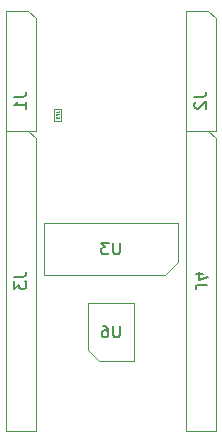
<source format=gbr>
G04 #@! TF.GenerationSoftware,KiCad,Pcbnew,5.1.9-1.fc33*
G04 #@! TF.CreationDate,2021-04-22T06:32:05+02:00*
G04 #@! TF.ProjectId,reDIP-SID,72654449-502d-4534-9944-2e6b69636164,0.2*
G04 #@! TF.SameCoordinates,PX5e28010PY8011a50*
G04 #@! TF.FileFunction,Other,Fab,Bot*
%FSLAX46Y46*%
G04 Gerber Fmt 4.6, Leading zero omitted, Abs format (unit mm)*
G04 Created by KiCad (PCBNEW 5.1.9-1.fc33) date 2021-04-22 06:32:05*
%MOMM*%
%LPD*%
G01*
G04 APERTURE LIST*
%ADD10C,0.120000*%
%ADD11C,0.100000*%
%ADD12C,0.150000*%
%ADD13C,0.040000*%
G04 APERTURE END LIST*
D10*
X14540000Y14290000D02*
X14540000Y17590000D01*
X3240000Y17590000D02*
X3240000Y13190000D01*
X3240000Y13190000D02*
X13440000Y13190000D01*
X13440000Y13190000D02*
X14540000Y14290000D01*
X14540000Y17590000D02*
X3240000Y17590000D01*
D11*
X4640000Y27285000D02*
X4100000Y27285000D01*
X4100000Y27285000D02*
X4100000Y26235000D01*
X4100000Y26235000D02*
X4640000Y26235000D01*
X4640000Y26235000D02*
X4640000Y27285000D01*
X17145000Y25400000D02*
X15240000Y25400000D01*
X15240000Y25400000D02*
X15240000Y0D01*
X15240000Y0D02*
X17780000Y0D01*
X17780000Y0D02*
X17780000Y24765000D01*
X17780000Y24765000D02*
X17145000Y25400000D01*
X1905000Y25400000D02*
X0Y25400000D01*
X0Y25400000D02*
X0Y0D01*
X0Y0D02*
X2540000Y0D01*
X2540000Y0D02*
X2540000Y24765000D01*
X2540000Y24765000D02*
X1905000Y25400000D01*
X6940000Y6885000D02*
X7915000Y5910000D01*
X6940000Y10810000D02*
X6940000Y6885000D01*
X10840000Y10810000D02*
X6940000Y10810000D01*
X10840000Y5910000D02*
X10840000Y10810000D01*
X7915000Y5910000D02*
X10840000Y5910000D01*
X17145000Y35560000D02*
X15240000Y35560000D01*
X15240000Y35560000D02*
X15240000Y25400000D01*
X15240000Y25400000D02*
X17780000Y25400000D01*
X17780000Y25400000D02*
X17780000Y34925000D01*
X17780000Y34925000D02*
X17145000Y35560000D01*
X1905000Y35560000D02*
X0Y35560000D01*
X0Y35560000D02*
X0Y25400000D01*
X0Y25400000D02*
X2540000Y25400000D01*
X2540000Y25400000D02*
X2540000Y34925000D01*
X2540000Y34925000D02*
X1905000Y35560000D01*
D12*
X9651904Y15937620D02*
X9651904Y15128096D01*
X9604285Y15032858D01*
X9556666Y14985239D01*
X9461428Y14937620D01*
X9270952Y14937620D01*
X9175714Y14985239D01*
X9128095Y15032858D01*
X9080476Y15128096D01*
X9080476Y15937620D01*
X8699523Y15937620D02*
X8080476Y15937620D01*
X8413809Y15556667D01*
X8270952Y15556667D01*
X8175714Y15509048D01*
X8128095Y15461429D01*
X8080476Y15366191D01*
X8080476Y15128096D01*
X8128095Y15032858D01*
X8175714Y14985239D01*
X8270952Y14937620D01*
X8556666Y14937620D01*
X8651904Y14985239D01*
X8699523Y15032858D01*
D13*
X4227619Y26976667D02*
X4413333Y26976667D01*
X4450476Y26989048D01*
X4475238Y27013810D01*
X4487619Y27050953D01*
X4487619Y27075715D01*
X4487619Y26852858D02*
X4227619Y26852858D01*
X4227619Y26753810D01*
X4240000Y26729048D01*
X4252380Y26716667D01*
X4277142Y26704286D01*
X4314285Y26704286D01*
X4339047Y26716667D01*
X4351428Y26729048D01*
X4363809Y26753810D01*
X4363809Y26852858D01*
X4487619Y26456667D02*
X4487619Y26605239D01*
X4487619Y26530953D02*
X4227619Y26530953D01*
X4264761Y26555715D01*
X4289523Y26580477D01*
X4301904Y26605239D01*
D12*
X17057619Y12366667D02*
X16343333Y12366667D01*
X16200476Y12319048D01*
X16105238Y12223810D01*
X16057619Y12080953D01*
X16057619Y11985715D01*
X16724285Y13271429D02*
X16057619Y13271429D01*
X17105238Y13033334D02*
X16390952Y12795239D01*
X16390952Y13414286D01*
X722380Y13033334D02*
X1436666Y13033334D01*
X1579523Y13080953D01*
X1674761Y13176191D01*
X1722380Y13319048D01*
X1722380Y13414286D01*
X722380Y12652381D02*
X722380Y12033334D01*
X1103333Y12366667D01*
X1103333Y12223810D01*
X1150952Y12128572D01*
X1198571Y12080953D01*
X1293809Y12033334D01*
X1531904Y12033334D01*
X1627142Y12080953D01*
X1674761Y12128572D01*
X1722380Y12223810D01*
X1722380Y12509524D01*
X1674761Y12604762D01*
X1627142Y12652381D01*
X9636666Y8896667D02*
X9636666Y8103334D01*
X9590000Y8010000D01*
X9543333Y7963334D01*
X9450000Y7916667D01*
X9263333Y7916667D01*
X9170000Y7963334D01*
X9123333Y8010000D01*
X9076666Y8103334D01*
X9076666Y8896667D01*
X8190000Y8896667D02*
X8376666Y8896667D01*
X8470000Y8850000D01*
X8516666Y8803334D01*
X8610000Y8663334D01*
X8656666Y8476667D01*
X8656666Y8103334D01*
X8610000Y8010000D01*
X8563333Y7963334D01*
X8470000Y7916667D01*
X8283333Y7916667D01*
X8190000Y7963334D01*
X8143333Y8010000D01*
X8096666Y8103334D01*
X8096666Y8336667D01*
X8143333Y8430000D01*
X8190000Y8476667D01*
X8283333Y8523334D01*
X8470000Y8523334D01*
X8563333Y8476667D01*
X8610000Y8430000D01*
X8656666Y8336667D01*
X15962380Y28273334D02*
X16676666Y28273334D01*
X16819523Y28320953D01*
X16914761Y28416191D01*
X16962380Y28559048D01*
X16962380Y28654286D01*
X16057619Y27844762D02*
X16010000Y27797143D01*
X15962380Y27701905D01*
X15962380Y27463810D01*
X16010000Y27368572D01*
X16057619Y27320953D01*
X16152857Y27273334D01*
X16248095Y27273334D01*
X16390952Y27320953D01*
X16962380Y27892381D01*
X16962380Y27273334D01*
X722380Y28273334D02*
X1436666Y28273334D01*
X1579523Y28320953D01*
X1674761Y28416191D01*
X1722380Y28559048D01*
X1722380Y28654286D01*
X1722380Y27273334D02*
X1722380Y27844762D01*
X1722380Y27559048D02*
X722380Y27559048D01*
X865238Y27654286D01*
X960476Y27749524D01*
X1008095Y27844762D01*
M02*

</source>
